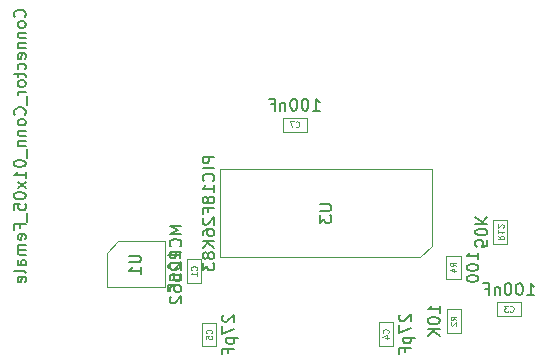
<source format=gbr>
G04 #@! TF.GenerationSoftware,KiCad,Pcbnew,(5.1.4)-1*
G04 #@! TF.CreationDate,2021-07-02T22:09:12-07:00*
G04 #@! TF.ProjectId,RocketPi,526f636b-6574-4506-992e-6b696361645f,rev?*
G04 #@! TF.SameCoordinates,Original*
G04 #@! TF.FileFunction,Other,Fab,Bot*
%FSLAX46Y46*%
G04 Gerber Fmt 4.6, Leading zero omitted, Abs format (unit mm)*
G04 Created by KiCad (PCBNEW (5.1.4)-1) date 2021-07-02 22:09:12*
%MOMM*%
%LPD*%
G04 APERTURE LIST*
%ADD10C,0.100000*%
%ADD11C,0.150000*%
%ADD12C,0.080000*%
G04 APERTURE END LIST*
D10*
X115935200Y-59096400D02*
X115935200Y-61096400D01*
X117135200Y-59096400D02*
X115935200Y-59096400D01*
X117135200Y-61096400D02*
X117135200Y-59096400D01*
X115935200Y-61096400D02*
X117135200Y-61096400D01*
X109727800Y-62271600D02*
X110727800Y-61271600D01*
X92827800Y-62271600D02*
X109727800Y-62271600D01*
X92827800Y-54771600D02*
X92827800Y-62271600D01*
X110727800Y-54771600D02*
X92827800Y-54771600D01*
X110727800Y-61271600D02*
X110727800Y-54771600D01*
X84199200Y-60915000D02*
X83224200Y-61890000D01*
X88124200Y-60915000D02*
X84199200Y-60915000D01*
X88124200Y-64815000D02*
X88124200Y-60915000D01*
X83224200Y-64815000D02*
X88124200Y-64815000D01*
X83224200Y-61890000D02*
X83224200Y-64815000D01*
X113172800Y-64110000D02*
X113172800Y-62110000D01*
X111972800Y-64110000D02*
X113172800Y-64110000D01*
X111972800Y-62110000D02*
X111972800Y-64110000D01*
X113172800Y-62110000D02*
X111972800Y-62110000D01*
X111998200Y-66649200D02*
X111998200Y-68649200D01*
X113198200Y-66649200D02*
X111998200Y-66649200D01*
X113198200Y-68649200D02*
X113198200Y-66649200D01*
X111998200Y-68649200D02*
X113198200Y-68649200D01*
X100127200Y-50428600D02*
X98127200Y-50428600D01*
X100127200Y-51628600D02*
X100127200Y-50428600D01*
X98127200Y-51628600D02*
X100127200Y-51628600D01*
X98127200Y-50428600D02*
X98127200Y-51628600D01*
X92497200Y-69792200D02*
X92497200Y-67792200D01*
X91297200Y-69792200D02*
X92497200Y-69792200D01*
X91297200Y-67792200D02*
X91297200Y-69792200D01*
X92497200Y-67792200D02*
X91297200Y-67792200D01*
X107457800Y-69748800D02*
X107457800Y-67748800D01*
X106257800Y-69748800D02*
X107457800Y-69748800D01*
X106257800Y-67748800D02*
X106257800Y-69748800D01*
X107457800Y-67748800D02*
X106257800Y-67748800D01*
X118262800Y-66049600D02*
X116262800Y-66049600D01*
X118262800Y-67249600D02*
X118262800Y-66049600D01*
X116262800Y-67249600D02*
X118262800Y-67249600D01*
X116262800Y-66049600D02*
X116262800Y-67249600D01*
X90027200Y-62414800D02*
X90027200Y-64414800D01*
X91227200Y-62414800D02*
X90027200Y-62414800D01*
X91227200Y-64414800D02*
X91227200Y-62414800D01*
X90027200Y-64414800D02*
X91227200Y-64414800D01*
D11*
X115432819Y-60834495D02*
X115432819Y-61310685D01*
X114956628Y-61358304D01*
X115004247Y-61310685D01*
X115051866Y-61215447D01*
X115051866Y-60977352D01*
X115004247Y-60882114D01*
X114956628Y-60834495D01*
X114861390Y-60786876D01*
X114623295Y-60786876D01*
X114528057Y-60834495D01*
X114480438Y-60882114D01*
X114432819Y-60977352D01*
X114432819Y-61215447D01*
X114480438Y-61310685D01*
X114528057Y-61358304D01*
X115432819Y-60167828D02*
X115432819Y-60072590D01*
X115385200Y-59977352D01*
X115337580Y-59929733D01*
X115242342Y-59882114D01*
X115051866Y-59834495D01*
X114813771Y-59834495D01*
X114623295Y-59882114D01*
X114528057Y-59929733D01*
X114480438Y-59977352D01*
X114432819Y-60072590D01*
X114432819Y-60167828D01*
X114480438Y-60263066D01*
X114528057Y-60310685D01*
X114623295Y-60358304D01*
X114813771Y-60405923D01*
X115051866Y-60405923D01*
X115242342Y-60358304D01*
X115337580Y-60310685D01*
X115385200Y-60263066D01*
X115432819Y-60167828D01*
X114432819Y-59405923D02*
X115432819Y-59405923D01*
X114432819Y-58834495D02*
X115004247Y-59263066D01*
X115432819Y-58834495D02*
X114861390Y-59405923D01*
D12*
X116309009Y-60417828D02*
X116547104Y-60584495D01*
X116309009Y-60703542D02*
X116809009Y-60703542D01*
X116809009Y-60513066D01*
X116785200Y-60465447D01*
X116761390Y-60441638D01*
X116713771Y-60417828D01*
X116642342Y-60417828D01*
X116594723Y-60441638D01*
X116570914Y-60465447D01*
X116547104Y-60513066D01*
X116547104Y-60703542D01*
X116309009Y-59941638D02*
X116309009Y-60227352D01*
X116309009Y-60084495D02*
X116809009Y-60084495D01*
X116737580Y-60132114D01*
X116689961Y-60179733D01*
X116666152Y-60227352D01*
X116761390Y-59751161D02*
X116785200Y-59727352D01*
X116809009Y-59679733D01*
X116809009Y-59560685D01*
X116785200Y-59513066D01*
X116761390Y-59489257D01*
X116713771Y-59465447D01*
X116666152Y-59465447D01*
X116594723Y-59489257D01*
X116309009Y-59774971D01*
X116309009Y-59465447D01*
D11*
X92330180Y-53735885D02*
X91330180Y-53735885D01*
X91330180Y-54116838D01*
X91377800Y-54212076D01*
X91425419Y-54259695D01*
X91520657Y-54307314D01*
X91663514Y-54307314D01*
X91758752Y-54259695D01*
X91806371Y-54212076D01*
X91853990Y-54116838D01*
X91853990Y-53735885D01*
X92330180Y-54735885D02*
X91330180Y-54735885D01*
X92234942Y-55783504D02*
X92282561Y-55735885D01*
X92330180Y-55593028D01*
X92330180Y-55497790D01*
X92282561Y-55354933D01*
X92187323Y-55259695D01*
X92092085Y-55212076D01*
X91901609Y-55164457D01*
X91758752Y-55164457D01*
X91568276Y-55212076D01*
X91473038Y-55259695D01*
X91377800Y-55354933D01*
X91330180Y-55497790D01*
X91330180Y-55593028D01*
X91377800Y-55735885D01*
X91425419Y-55783504D01*
X92330180Y-56735885D02*
X92330180Y-56164457D01*
X92330180Y-56450171D02*
X91330180Y-56450171D01*
X91473038Y-56354933D01*
X91568276Y-56259695D01*
X91615895Y-56164457D01*
X91758752Y-57307314D02*
X91711133Y-57212076D01*
X91663514Y-57164457D01*
X91568276Y-57116838D01*
X91520657Y-57116838D01*
X91425419Y-57164457D01*
X91377800Y-57212076D01*
X91330180Y-57307314D01*
X91330180Y-57497790D01*
X91377800Y-57593028D01*
X91425419Y-57640647D01*
X91520657Y-57688266D01*
X91568276Y-57688266D01*
X91663514Y-57640647D01*
X91711133Y-57593028D01*
X91758752Y-57497790D01*
X91758752Y-57307314D01*
X91806371Y-57212076D01*
X91853990Y-57164457D01*
X91949228Y-57116838D01*
X92139704Y-57116838D01*
X92234942Y-57164457D01*
X92282561Y-57212076D01*
X92330180Y-57307314D01*
X92330180Y-57497790D01*
X92282561Y-57593028D01*
X92234942Y-57640647D01*
X92139704Y-57688266D01*
X91949228Y-57688266D01*
X91853990Y-57640647D01*
X91806371Y-57593028D01*
X91758752Y-57497790D01*
X91806371Y-58450171D02*
X91806371Y-58116838D01*
X92330180Y-58116838D02*
X91330180Y-58116838D01*
X91330180Y-58593028D01*
X91425419Y-58926361D02*
X91377800Y-58973980D01*
X91330180Y-59069219D01*
X91330180Y-59307314D01*
X91377800Y-59402552D01*
X91425419Y-59450171D01*
X91520657Y-59497790D01*
X91615895Y-59497790D01*
X91758752Y-59450171D01*
X92330180Y-58878742D01*
X92330180Y-59497790D01*
X91330180Y-60354933D02*
X91330180Y-60164457D01*
X91377800Y-60069219D01*
X91425419Y-60021600D01*
X91568276Y-59926361D01*
X91758752Y-59878742D01*
X92139704Y-59878742D01*
X92234942Y-59926361D01*
X92282561Y-59973980D01*
X92330180Y-60069219D01*
X92330180Y-60259695D01*
X92282561Y-60354933D01*
X92234942Y-60402552D01*
X92139704Y-60450171D01*
X91901609Y-60450171D01*
X91806371Y-60402552D01*
X91758752Y-60354933D01*
X91711133Y-60259695D01*
X91711133Y-60069219D01*
X91758752Y-59973980D01*
X91806371Y-59926361D01*
X91901609Y-59878742D01*
X92330180Y-60878742D02*
X91330180Y-60878742D01*
X92330180Y-61450171D02*
X91758752Y-61021600D01*
X91330180Y-61450171D02*
X91901609Y-60878742D01*
X91758752Y-62021600D02*
X91711133Y-61926361D01*
X91663514Y-61878742D01*
X91568276Y-61831123D01*
X91520657Y-61831123D01*
X91425419Y-61878742D01*
X91377800Y-61926361D01*
X91330180Y-62021600D01*
X91330180Y-62212076D01*
X91377800Y-62307314D01*
X91425419Y-62354933D01*
X91520657Y-62402552D01*
X91568276Y-62402552D01*
X91663514Y-62354933D01*
X91711133Y-62307314D01*
X91758752Y-62212076D01*
X91758752Y-62021600D01*
X91806371Y-61926361D01*
X91853990Y-61878742D01*
X91949228Y-61831123D01*
X92139704Y-61831123D01*
X92234942Y-61878742D01*
X92282561Y-61926361D01*
X92330180Y-62021600D01*
X92330180Y-62212076D01*
X92282561Y-62307314D01*
X92234942Y-62354933D01*
X92139704Y-62402552D01*
X91949228Y-62402552D01*
X91853990Y-62354933D01*
X91806371Y-62307314D01*
X91758752Y-62212076D01*
X91330180Y-62735885D02*
X91330180Y-63354933D01*
X91711133Y-63021600D01*
X91711133Y-63164457D01*
X91758752Y-63259695D01*
X91806371Y-63307314D01*
X91901609Y-63354933D01*
X92139704Y-63354933D01*
X92234942Y-63307314D01*
X92282561Y-63259695D01*
X92330180Y-63164457D01*
X92330180Y-62878742D01*
X92282561Y-62783504D01*
X92234942Y-62735885D01*
X101230180Y-57759695D02*
X102039704Y-57759695D01*
X102134942Y-57807314D01*
X102182561Y-57854933D01*
X102230180Y-57950171D01*
X102230180Y-58140647D01*
X102182561Y-58235885D01*
X102134942Y-58283504D01*
X102039704Y-58331123D01*
X101230180Y-58331123D01*
X101230180Y-58712076D02*
X101230180Y-59331123D01*
X101611133Y-58997790D01*
X101611133Y-59140647D01*
X101658752Y-59235885D01*
X101706371Y-59283504D01*
X101801609Y-59331123D01*
X102039704Y-59331123D01*
X102134942Y-59283504D01*
X102182561Y-59235885D01*
X102230180Y-59140647D01*
X102230180Y-58854933D01*
X102182561Y-58759695D01*
X102134942Y-58712076D01*
X89526580Y-59626904D02*
X88526580Y-59626904D01*
X89240866Y-59960238D01*
X88526580Y-60293571D01*
X89526580Y-60293571D01*
X89431342Y-61341190D02*
X89478961Y-61293571D01*
X89526580Y-61150714D01*
X89526580Y-61055476D01*
X89478961Y-60912619D01*
X89383723Y-60817380D01*
X89288485Y-60769761D01*
X89098009Y-60722142D01*
X88955152Y-60722142D01*
X88764676Y-60769761D01*
X88669438Y-60817380D01*
X88574200Y-60912619D01*
X88526580Y-61055476D01*
X88526580Y-61150714D01*
X88574200Y-61293571D01*
X88621819Y-61341190D01*
X89526580Y-61769761D02*
X88526580Y-61769761D01*
X88526580Y-62150714D01*
X88574200Y-62245952D01*
X88621819Y-62293571D01*
X88717057Y-62341190D01*
X88859914Y-62341190D01*
X88955152Y-62293571D01*
X89002771Y-62245952D01*
X89050390Y-62150714D01*
X89050390Y-61769761D01*
X88621819Y-62722142D02*
X88574200Y-62769761D01*
X88526580Y-62865000D01*
X88526580Y-63103095D01*
X88574200Y-63198333D01*
X88621819Y-63245952D01*
X88717057Y-63293571D01*
X88812295Y-63293571D01*
X88955152Y-63245952D01*
X89526580Y-62674523D01*
X89526580Y-63293571D01*
X88526580Y-64198333D02*
X88526580Y-63722142D01*
X89002771Y-63674523D01*
X88955152Y-63722142D01*
X88907533Y-63817380D01*
X88907533Y-64055476D01*
X88955152Y-64150714D01*
X89002771Y-64198333D01*
X89098009Y-64245952D01*
X89336104Y-64245952D01*
X89431342Y-64198333D01*
X89478961Y-64150714D01*
X89526580Y-64055476D01*
X89526580Y-63817380D01*
X89478961Y-63722142D01*
X89431342Y-63674523D01*
X88526580Y-65103095D02*
X88526580Y-64912619D01*
X88574200Y-64817380D01*
X88621819Y-64769761D01*
X88764676Y-64674523D01*
X88955152Y-64626904D01*
X89336104Y-64626904D01*
X89431342Y-64674523D01*
X89478961Y-64722142D01*
X89526580Y-64817380D01*
X89526580Y-65007857D01*
X89478961Y-65103095D01*
X89431342Y-65150714D01*
X89336104Y-65198333D01*
X89098009Y-65198333D01*
X89002771Y-65150714D01*
X88955152Y-65103095D01*
X88907533Y-65007857D01*
X88907533Y-64817380D01*
X88955152Y-64722142D01*
X89002771Y-64674523D01*
X89098009Y-64626904D01*
X88621819Y-65579285D02*
X88574200Y-65626904D01*
X88526580Y-65722142D01*
X88526580Y-65960238D01*
X88574200Y-66055476D01*
X88621819Y-66103095D01*
X88717057Y-66150714D01*
X88812295Y-66150714D01*
X88955152Y-66103095D01*
X89526580Y-65531666D01*
X89526580Y-66150714D01*
X85137533Y-62118333D02*
X85930866Y-62118333D01*
X86024200Y-62165000D01*
X86070866Y-62211666D01*
X86117533Y-62305000D01*
X86117533Y-62491666D01*
X86070866Y-62585000D01*
X86024200Y-62631666D01*
X85930866Y-62678333D01*
X85137533Y-62678333D01*
X86117533Y-63658333D02*
X86117533Y-63098333D01*
X86117533Y-63378333D02*
X85137533Y-63378333D01*
X85277533Y-63285000D01*
X85370866Y-63191666D01*
X85417533Y-63098333D01*
X114675180Y-62443333D02*
X114675180Y-61871904D01*
X114675180Y-62157619D02*
X113675180Y-62157619D01*
X113818038Y-62062380D01*
X113913276Y-61967142D01*
X113960895Y-61871904D01*
X113675180Y-63062380D02*
X113675180Y-63157619D01*
X113722800Y-63252857D01*
X113770419Y-63300476D01*
X113865657Y-63348095D01*
X114056133Y-63395714D01*
X114294228Y-63395714D01*
X114484704Y-63348095D01*
X114579942Y-63300476D01*
X114627561Y-63252857D01*
X114675180Y-63157619D01*
X114675180Y-63062380D01*
X114627561Y-62967142D01*
X114579942Y-62919523D01*
X114484704Y-62871904D01*
X114294228Y-62824285D01*
X114056133Y-62824285D01*
X113865657Y-62871904D01*
X113770419Y-62919523D01*
X113722800Y-62967142D01*
X113675180Y-63062380D01*
X113675180Y-64014761D02*
X113675180Y-64110000D01*
X113722800Y-64205238D01*
X113770419Y-64252857D01*
X113865657Y-64300476D01*
X114056133Y-64348095D01*
X114294228Y-64348095D01*
X114484704Y-64300476D01*
X114579942Y-64252857D01*
X114627561Y-64205238D01*
X114675180Y-64110000D01*
X114675180Y-64014761D01*
X114627561Y-63919523D01*
X114579942Y-63871904D01*
X114484704Y-63824285D01*
X114294228Y-63776666D01*
X114056133Y-63776666D01*
X113865657Y-63824285D01*
X113770419Y-63871904D01*
X113722800Y-63919523D01*
X113675180Y-64014761D01*
D12*
X112798990Y-63026666D02*
X112560895Y-62860000D01*
X112798990Y-62740952D02*
X112298990Y-62740952D01*
X112298990Y-62931428D01*
X112322800Y-62979047D01*
X112346609Y-63002857D01*
X112394228Y-63026666D01*
X112465657Y-63026666D01*
X112513276Y-63002857D01*
X112537085Y-62979047D01*
X112560895Y-62931428D01*
X112560895Y-62740952D01*
X112465657Y-63455238D02*
X112798990Y-63455238D01*
X112275180Y-63336190D02*
X112632323Y-63217142D01*
X112632323Y-63526666D01*
D11*
X111400580Y-66958723D02*
X111400580Y-66387295D01*
X111400580Y-66673009D02*
X110400580Y-66673009D01*
X110543438Y-66577771D01*
X110638676Y-66482533D01*
X110686295Y-66387295D01*
X110400580Y-67577771D02*
X110400580Y-67673009D01*
X110448200Y-67768247D01*
X110495819Y-67815866D01*
X110591057Y-67863485D01*
X110781533Y-67911104D01*
X111019628Y-67911104D01*
X111210104Y-67863485D01*
X111305342Y-67815866D01*
X111352961Y-67768247D01*
X111400580Y-67673009D01*
X111400580Y-67577771D01*
X111352961Y-67482533D01*
X111305342Y-67434914D01*
X111210104Y-67387295D01*
X111019628Y-67339676D01*
X110781533Y-67339676D01*
X110591057Y-67387295D01*
X110495819Y-67434914D01*
X110448200Y-67482533D01*
X110400580Y-67577771D01*
X111400580Y-68339676D02*
X110400580Y-68339676D01*
X111400580Y-68911104D02*
X110829152Y-68482533D01*
X110400580Y-68911104D02*
X110972009Y-68339676D01*
D12*
X112824390Y-67565866D02*
X112586295Y-67399200D01*
X112824390Y-67280152D02*
X112324390Y-67280152D01*
X112324390Y-67470628D01*
X112348200Y-67518247D01*
X112372009Y-67542057D01*
X112419628Y-67565866D01*
X112491057Y-67565866D01*
X112538676Y-67542057D01*
X112562485Y-67518247D01*
X112586295Y-67470628D01*
X112586295Y-67280152D01*
X112372009Y-67756342D02*
X112348200Y-67780152D01*
X112324390Y-67827771D01*
X112324390Y-67946819D01*
X112348200Y-67994438D01*
X112372009Y-68018247D01*
X112419628Y-68042057D01*
X112467247Y-68042057D01*
X112538676Y-68018247D01*
X112824390Y-67732533D01*
X112824390Y-68042057D01*
D11*
X76260342Y-41903428D02*
X76307961Y-41855809D01*
X76355580Y-41712952D01*
X76355580Y-41617714D01*
X76307961Y-41474857D01*
X76212723Y-41379619D01*
X76117485Y-41332000D01*
X75927009Y-41284380D01*
X75784152Y-41284380D01*
X75593676Y-41332000D01*
X75498438Y-41379619D01*
X75403200Y-41474857D01*
X75355580Y-41617714D01*
X75355580Y-41712952D01*
X75403200Y-41855809D01*
X75450819Y-41903428D01*
X76355580Y-42474857D02*
X76307961Y-42379619D01*
X76260342Y-42332000D01*
X76165104Y-42284380D01*
X75879390Y-42284380D01*
X75784152Y-42332000D01*
X75736533Y-42379619D01*
X75688914Y-42474857D01*
X75688914Y-42617714D01*
X75736533Y-42712952D01*
X75784152Y-42760571D01*
X75879390Y-42808190D01*
X76165104Y-42808190D01*
X76260342Y-42760571D01*
X76307961Y-42712952D01*
X76355580Y-42617714D01*
X76355580Y-42474857D01*
X75688914Y-43236761D02*
X76355580Y-43236761D01*
X75784152Y-43236761D02*
X75736533Y-43284380D01*
X75688914Y-43379619D01*
X75688914Y-43522476D01*
X75736533Y-43617714D01*
X75831771Y-43665333D01*
X76355580Y-43665333D01*
X75688914Y-44141523D02*
X76355580Y-44141523D01*
X75784152Y-44141523D02*
X75736533Y-44189142D01*
X75688914Y-44284380D01*
X75688914Y-44427238D01*
X75736533Y-44522476D01*
X75831771Y-44570095D01*
X76355580Y-44570095D01*
X76307961Y-45427238D02*
X76355580Y-45332000D01*
X76355580Y-45141523D01*
X76307961Y-45046285D01*
X76212723Y-44998666D01*
X75831771Y-44998666D01*
X75736533Y-45046285D01*
X75688914Y-45141523D01*
X75688914Y-45332000D01*
X75736533Y-45427238D01*
X75831771Y-45474857D01*
X75927009Y-45474857D01*
X76022247Y-44998666D01*
X76307961Y-46332000D02*
X76355580Y-46236761D01*
X76355580Y-46046285D01*
X76307961Y-45951047D01*
X76260342Y-45903428D01*
X76165104Y-45855809D01*
X75879390Y-45855809D01*
X75784152Y-45903428D01*
X75736533Y-45951047D01*
X75688914Y-46046285D01*
X75688914Y-46236761D01*
X75736533Y-46332000D01*
X75688914Y-46617714D02*
X75688914Y-46998666D01*
X75355580Y-46760571D02*
X76212723Y-46760571D01*
X76307961Y-46808190D01*
X76355580Y-46903428D01*
X76355580Y-46998666D01*
X76355580Y-47474857D02*
X76307961Y-47379619D01*
X76260342Y-47332000D01*
X76165104Y-47284380D01*
X75879390Y-47284380D01*
X75784152Y-47332000D01*
X75736533Y-47379619D01*
X75688914Y-47474857D01*
X75688914Y-47617714D01*
X75736533Y-47712952D01*
X75784152Y-47760571D01*
X75879390Y-47808190D01*
X76165104Y-47808190D01*
X76260342Y-47760571D01*
X76307961Y-47712952D01*
X76355580Y-47617714D01*
X76355580Y-47474857D01*
X76355580Y-48236761D02*
X75688914Y-48236761D01*
X75879390Y-48236761D02*
X75784152Y-48284380D01*
X75736533Y-48332000D01*
X75688914Y-48427238D01*
X75688914Y-48522476D01*
X76450819Y-48617714D02*
X76450819Y-49379619D01*
X76260342Y-50189142D02*
X76307961Y-50141523D01*
X76355580Y-49998666D01*
X76355580Y-49903428D01*
X76307961Y-49760571D01*
X76212723Y-49665333D01*
X76117485Y-49617714D01*
X75927009Y-49570095D01*
X75784152Y-49570095D01*
X75593676Y-49617714D01*
X75498438Y-49665333D01*
X75403200Y-49760571D01*
X75355580Y-49903428D01*
X75355580Y-49998666D01*
X75403200Y-50141523D01*
X75450819Y-50189142D01*
X76355580Y-50760571D02*
X76307961Y-50665333D01*
X76260342Y-50617714D01*
X76165104Y-50570095D01*
X75879390Y-50570095D01*
X75784152Y-50617714D01*
X75736533Y-50665333D01*
X75688914Y-50760571D01*
X75688914Y-50903428D01*
X75736533Y-50998666D01*
X75784152Y-51046285D01*
X75879390Y-51093904D01*
X76165104Y-51093904D01*
X76260342Y-51046285D01*
X76307961Y-50998666D01*
X76355580Y-50903428D01*
X76355580Y-50760571D01*
X75688914Y-51522476D02*
X76355580Y-51522476D01*
X75784152Y-51522476D02*
X75736533Y-51570095D01*
X75688914Y-51665333D01*
X75688914Y-51808190D01*
X75736533Y-51903428D01*
X75831771Y-51951047D01*
X76355580Y-51951047D01*
X75688914Y-52427238D02*
X76355580Y-52427238D01*
X75784152Y-52427238D02*
X75736533Y-52474857D01*
X75688914Y-52570095D01*
X75688914Y-52712952D01*
X75736533Y-52808190D01*
X75831771Y-52855809D01*
X76355580Y-52855809D01*
X76450819Y-53093904D02*
X76450819Y-53855809D01*
X75355580Y-54284380D02*
X75355580Y-54379619D01*
X75403200Y-54474857D01*
X75450819Y-54522476D01*
X75546057Y-54570095D01*
X75736533Y-54617714D01*
X75974628Y-54617714D01*
X76165104Y-54570095D01*
X76260342Y-54522476D01*
X76307961Y-54474857D01*
X76355580Y-54379619D01*
X76355580Y-54284380D01*
X76307961Y-54189142D01*
X76260342Y-54141523D01*
X76165104Y-54093904D01*
X75974628Y-54046285D01*
X75736533Y-54046285D01*
X75546057Y-54093904D01*
X75450819Y-54141523D01*
X75403200Y-54189142D01*
X75355580Y-54284380D01*
X76355580Y-55570095D02*
X76355580Y-54998666D01*
X76355580Y-55284380D02*
X75355580Y-55284380D01*
X75498438Y-55189142D01*
X75593676Y-55093904D01*
X75641295Y-54998666D01*
X76355580Y-55903428D02*
X75688914Y-56427238D01*
X75688914Y-55903428D02*
X76355580Y-56427238D01*
X75355580Y-56998666D02*
X75355580Y-57093904D01*
X75403200Y-57189142D01*
X75450819Y-57236761D01*
X75546057Y-57284380D01*
X75736533Y-57332000D01*
X75974628Y-57332000D01*
X76165104Y-57284380D01*
X76260342Y-57236761D01*
X76307961Y-57189142D01*
X76355580Y-57093904D01*
X76355580Y-56998666D01*
X76307961Y-56903428D01*
X76260342Y-56855809D01*
X76165104Y-56808190D01*
X75974628Y-56760571D01*
X75736533Y-56760571D01*
X75546057Y-56808190D01*
X75450819Y-56855809D01*
X75403200Y-56903428D01*
X75355580Y-56998666D01*
X75355580Y-58236761D02*
X75355580Y-57760571D01*
X75831771Y-57712952D01*
X75784152Y-57760571D01*
X75736533Y-57855809D01*
X75736533Y-58093904D01*
X75784152Y-58189142D01*
X75831771Y-58236761D01*
X75927009Y-58284380D01*
X76165104Y-58284380D01*
X76260342Y-58236761D01*
X76307961Y-58189142D01*
X76355580Y-58093904D01*
X76355580Y-57855809D01*
X76307961Y-57760571D01*
X76260342Y-57712952D01*
X76450819Y-58474857D02*
X76450819Y-59236761D01*
X75831771Y-59808190D02*
X75831771Y-59474857D01*
X76355580Y-59474857D02*
X75355580Y-59474857D01*
X75355580Y-59951047D01*
X76307961Y-60712952D02*
X76355580Y-60617714D01*
X76355580Y-60427238D01*
X76307961Y-60332000D01*
X76212723Y-60284380D01*
X75831771Y-60284380D01*
X75736533Y-60332000D01*
X75688914Y-60427238D01*
X75688914Y-60617714D01*
X75736533Y-60712952D01*
X75831771Y-60760571D01*
X75927009Y-60760571D01*
X76022247Y-60284380D01*
X76355580Y-61189142D02*
X75688914Y-61189142D01*
X75784152Y-61189142D02*
X75736533Y-61236761D01*
X75688914Y-61332000D01*
X75688914Y-61474857D01*
X75736533Y-61570095D01*
X75831771Y-61617714D01*
X76355580Y-61617714D01*
X75831771Y-61617714D02*
X75736533Y-61665333D01*
X75688914Y-61760571D01*
X75688914Y-61903428D01*
X75736533Y-61998666D01*
X75831771Y-62046285D01*
X76355580Y-62046285D01*
X76355580Y-62951047D02*
X75831771Y-62951047D01*
X75736533Y-62903428D01*
X75688914Y-62808190D01*
X75688914Y-62617714D01*
X75736533Y-62522476D01*
X76307961Y-62951047D02*
X76355580Y-62855809D01*
X76355580Y-62617714D01*
X76307961Y-62522476D01*
X76212723Y-62474857D01*
X76117485Y-62474857D01*
X76022247Y-62522476D01*
X75974628Y-62617714D01*
X75974628Y-62855809D01*
X75927009Y-62951047D01*
X76355580Y-63570095D02*
X76307961Y-63474857D01*
X76212723Y-63427238D01*
X75355580Y-63427238D01*
X76307961Y-64331999D02*
X76355580Y-64236761D01*
X76355580Y-64046285D01*
X76307961Y-63951047D01*
X76212723Y-63903428D01*
X75831771Y-63903428D01*
X75736533Y-63951047D01*
X75688914Y-64046285D01*
X75688914Y-64236761D01*
X75736533Y-64331999D01*
X75831771Y-64379619D01*
X75927009Y-64379619D01*
X76022247Y-63903428D01*
X100674819Y-49830980D02*
X101246247Y-49830980D01*
X100960533Y-49830980D02*
X100960533Y-48830980D01*
X101055771Y-48973838D01*
X101151009Y-49069076D01*
X101246247Y-49116695D01*
X100055771Y-48830980D02*
X99960533Y-48830980D01*
X99865295Y-48878600D01*
X99817676Y-48926219D01*
X99770057Y-49021457D01*
X99722438Y-49211933D01*
X99722438Y-49450028D01*
X99770057Y-49640504D01*
X99817676Y-49735742D01*
X99865295Y-49783361D01*
X99960533Y-49830980D01*
X100055771Y-49830980D01*
X100151009Y-49783361D01*
X100198628Y-49735742D01*
X100246247Y-49640504D01*
X100293866Y-49450028D01*
X100293866Y-49211933D01*
X100246247Y-49021457D01*
X100198628Y-48926219D01*
X100151009Y-48878600D01*
X100055771Y-48830980D01*
X99103390Y-48830980D02*
X99008152Y-48830980D01*
X98912914Y-48878600D01*
X98865295Y-48926219D01*
X98817676Y-49021457D01*
X98770057Y-49211933D01*
X98770057Y-49450028D01*
X98817676Y-49640504D01*
X98865295Y-49735742D01*
X98912914Y-49783361D01*
X99008152Y-49830980D01*
X99103390Y-49830980D01*
X99198628Y-49783361D01*
X99246247Y-49735742D01*
X99293866Y-49640504D01*
X99341485Y-49450028D01*
X99341485Y-49211933D01*
X99293866Y-49021457D01*
X99246247Y-48926219D01*
X99198628Y-48878600D01*
X99103390Y-48830980D01*
X98341485Y-49164314D02*
X98341485Y-49830980D01*
X98341485Y-49259552D02*
X98293866Y-49211933D01*
X98198628Y-49164314D01*
X98055771Y-49164314D01*
X97960533Y-49211933D01*
X97912914Y-49307171D01*
X97912914Y-49830980D01*
X97103390Y-49307171D02*
X97436723Y-49307171D01*
X97436723Y-49830980D02*
X97436723Y-48830980D01*
X96960533Y-48830980D01*
D12*
X99210533Y-51207171D02*
X99234342Y-51230980D01*
X99305771Y-51254790D01*
X99353390Y-51254790D01*
X99424819Y-51230980D01*
X99472438Y-51183361D01*
X99496247Y-51135742D01*
X99520057Y-51040504D01*
X99520057Y-50969076D01*
X99496247Y-50873838D01*
X99472438Y-50826219D01*
X99424819Y-50778600D01*
X99353390Y-50754790D01*
X99305771Y-50754790D01*
X99234342Y-50778600D01*
X99210533Y-50802409D01*
X99043866Y-50754790D02*
X98710533Y-50754790D01*
X98924819Y-51254790D01*
D11*
X93094819Y-67149342D02*
X93047200Y-67196961D01*
X92999580Y-67292200D01*
X92999580Y-67530295D01*
X93047200Y-67625533D01*
X93094819Y-67673152D01*
X93190057Y-67720771D01*
X93285295Y-67720771D01*
X93428152Y-67673152D01*
X93999580Y-67101723D01*
X93999580Y-67720771D01*
X92999580Y-68054104D02*
X92999580Y-68720771D01*
X93999580Y-68292200D01*
X93332914Y-69101723D02*
X94332914Y-69101723D01*
X93380533Y-69101723D02*
X93332914Y-69196961D01*
X93332914Y-69387438D01*
X93380533Y-69482676D01*
X93428152Y-69530295D01*
X93523390Y-69577914D01*
X93809104Y-69577914D01*
X93904342Y-69530295D01*
X93951961Y-69482676D01*
X93999580Y-69387438D01*
X93999580Y-69196961D01*
X93951961Y-69101723D01*
X93475771Y-70339819D02*
X93475771Y-70006485D01*
X93999580Y-70006485D02*
X92999580Y-70006485D01*
X92999580Y-70482676D01*
D12*
X92075771Y-68708866D02*
X92099580Y-68685057D01*
X92123390Y-68613628D01*
X92123390Y-68566009D01*
X92099580Y-68494580D01*
X92051961Y-68446961D01*
X92004342Y-68423152D01*
X91909104Y-68399342D01*
X91837676Y-68399342D01*
X91742438Y-68423152D01*
X91694819Y-68446961D01*
X91647200Y-68494580D01*
X91623390Y-68566009D01*
X91623390Y-68613628D01*
X91647200Y-68685057D01*
X91671009Y-68708866D01*
X91623390Y-69161247D02*
X91623390Y-68923152D01*
X91861485Y-68899342D01*
X91837676Y-68923152D01*
X91813866Y-68970771D01*
X91813866Y-69089819D01*
X91837676Y-69137438D01*
X91861485Y-69161247D01*
X91909104Y-69185057D01*
X92028152Y-69185057D01*
X92075771Y-69161247D01*
X92099580Y-69137438D01*
X92123390Y-69089819D01*
X92123390Y-68970771D01*
X92099580Y-68923152D01*
X92075771Y-68899342D01*
D11*
X108055419Y-67105942D02*
X108007800Y-67153561D01*
X107960180Y-67248800D01*
X107960180Y-67486895D01*
X108007800Y-67582133D01*
X108055419Y-67629752D01*
X108150657Y-67677371D01*
X108245895Y-67677371D01*
X108388752Y-67629752D01*
X108960180Y-67058323D01*
X108960180Y-67677371D01*
X107960180Y-68010704D02*
X107960180Y-68677371D01*
X108960180Y-68248800D01*
X108293514Y-69058323D02*
X109293514Y-69058323D01*
X108341133Y-69058323D02*
X108293514Y-69153561D01*
X108293514Y-69344038D01*
X108341133Y-69439276D01*
X108388752Y-69486895D01*
X108483990Y-69534514D01*
X108769704Y-69534514D01*
X108864942Y-69486895D01*
X108912561Y-69439276D01*
X108960180Y-69344038D01*
X108960180Y-69153561D01*
X108912561Y-69058323D01*
X108436371Y-70296419D02*
X108436371Y-69963085D01*
X108960180Y-69963085D02*
X107960180Y-69963085D01*
X107960180Y-70439276D01*
D12*
X107036371Y-68665466D02*
X107060180Y-68641657D01*
X107083990Y-68570228D01*
X107083990Y-68522609D01*
X107060180Y-68451180D01*
X107012561Y-68403561D01*
X106964942Y-68379752D01*
X106869704Y-68355942D01*
X106798276Y-68355942D01*
X106703038Y-68379752D01*
X106655419Y-68403561D01*
X106607800Y-68451180D01*
X106583990Y-68522609D01*
X106583990Y-68570228D01*
X106607800Y-68641657D01*
X106631609Y-68665466D01*
X106750657Y-69094038D02*
X107083990Y-69094038D01*
X106560180Y-68974990D02*
X106917323Y-68855942D01*
X106917323Y-69165466D01*
D11*
X118810419Y-65451980D02*
X119381847Y-65451980D01*
X119096133Y-65451980D02*
X119096133Y-64451980D01*
X119191371Y-64594838D01*
X119286609Y-64690076D01*
X119381847Y-64737695D01*
X118191371Y-64451980D02*
X118096133Y-64451980D01*
X118000895Y-64499600D01*
X117953276Y-64547219D01*
X117905657Y-64642457D01*
X117858038Y-64832933D01*
X117858038Y-65071028D01*
X117905657Y-65261504D01*
X117953276Y-65356742D01*
X118000895Y-65404361D01*
X118096133Y-65451980D01*
X118191371Y-65451980D01*
X118286609Y-65404361D01*
X118334228Y-65356742D01*
X118381847Y-65261504D01*
X118429466Y-65071028D01*
X118429466Y-64832933D01*
X118381847Y-64642457D01*
X118334228Y-64547219D01*
X118286609Y-64499600D01*
X118191371Y-64451980D01*
X117238990Y-64451980D02*
X117143752Y-64451980D01*
X117048514Y-64499600D01*
X117000895Y-64547219D01*
X116953276Y-64642457D01*
X116905657Y-64832933D01*
X116905657Y-65071028D01*
X116953276Y-65261504D01*
X117000895Y-65356742D01*
X117048514Y-65404361D01*
X117143752Y-65451980D01*
X117238990Y-65451980D01*
X117334228Y-65404361D01*
X117381847Y-65356742D01*
X117429466Y-65261504D01*
X117477085Y-65071028D01*
X117477085Y-64832933D01*
X117429466Y-64642457D01*
X117381847Y-64547219D01*
X117334228Y-64499600D01*
X117238990Y-64451980D01*
X116477085Y-64785314D02*
X116477085Y-65451980D01*
X116477085Y-64880552D02*
X116429466Y-64832933D01*
X116334228Y-64785314D01*
X116191371Y-64785314D01*
X116096133Y-64832933D01*
X116048514Y-64928171D01*
X116048514Y-65451980D01*
X115238990Y-64928171D02*
X115572323Y-64928171D01*
X115572323Y-65451980D02*
X115572323Y-64451980D01*
X115096133Y-64451980D01*
D12*
X117346133Y-66828171D02*
X117369942Y-66851980D01*
X117441371Y-66875790D01*
X117488990Y-66875790D01*
X117560419Y-66851980D01*
X117608038Y-66804361D01*
X117631847Y-66756742D01*
X117655657Y-66661504D01*
X117655657Y-66590076D01*
X117631847Y-66494838D01*
X117608038Y-66447219D01*
X117560419Y-66399600D01*
X117488990Y-66375790D01*
X117441371Y-66375790D01*
X117369942Y-66399600D01*
X117346133Y-66423409D01*
X117179466Y-66375790D02*
X116869942Y-66375790D01*
X117036609Y-66566266D01*
X116965180Y-66566266D01*
X116917561Y-66590076D01*
X116893752Y-66613885D01*
X116869942Y-66661504D01*
X116869942Y-66780552D01*
X116893752Y-66828171D01*
X116917561Y-66851980D01*
X116965180Y-66875790D01*
X117108038Y-66875790D01*
X117155657Y-66851980D01*
X117179466Y-66828171D01*
D11*
X89429580Y-62343371D02*
X89429580Y-61771942D01*
X89429580Y-62057657D02*
X88429580Y-62057657D01*
X88572438Y-61962419D01*
X88667676Y-61867180D01*
X88715295Y-61771942D01*
X88429580Y-62962419D02*
X88429580Y-63057657D01*
X88477200Y-63152895D01*
X88524819Y-63200514D01*
X88620057Y-63248133D01*
X88810533Y-63295752D01*
X89048628Y-63295752D01*
X89239104Y-63248133D01*
X89334342Y-63200514D01*
X89381961Y-63152895D01*
X89429580Y-63057657D01*
X89429580Y-62962419D01*
X89381961Y-62867180D01*
X89334342Y-62819561D01*
X89239104Y-62771942D01*
X89048628Y-62724323D01*
X88810533Y-62724323D01*
X88620057Y-62771942D01*
X88524819Y-62819561D01*
X88477200Y-62867180D01*
X88429580Y-62962419D01*
X88762914Y-64152895D02*
X89429580Y-64152895D01*
X88762914Y-63724323D02*
X89286723Y-63724323D01*
X89381961Y-63771942D01*
X89429580Y-63867180D01*
X89429580Y-64010038D01*
X89381961Y-64105276D01*
X89334342Y-64152895D01*
X88905771Y-64962419D02*
X88905771Y-64629085D01*
X89429580Y-64629085D02*
X88429580Y-64629085D01*
X88429580Y-65105276D01*
D12*
X90805771Y-63331466D02*
X90829580Y-63307657D01*
X90853390Y-63236228D01*
X90853390Y-63188609D01*
X90829580Y-63117180D01*
X90781961Y-63069561D01*
X90734342Y-63045752D01*
X90639104Y-63021942D01*
X90567676Y-63021942D01*
X90472438Y-63045752D01*
X90424819Y-63069561D01*
X90377200Y-63117180D01*
X90353390Y-63188609D01*
X90353390Y-63236228D01*
X90377200Y-63307657D01*
X90401009Y-63331466D01*
X90853390Y-63807657D02*
X90853390Y-63521942D01*
X90853390Y-63664800D02*
X90353390Y-63664800D01*
X90424819Y-63617180D01*
X90472438Y-63569561D01*
X90496247Y-63521942D01*
M02*

</source>
